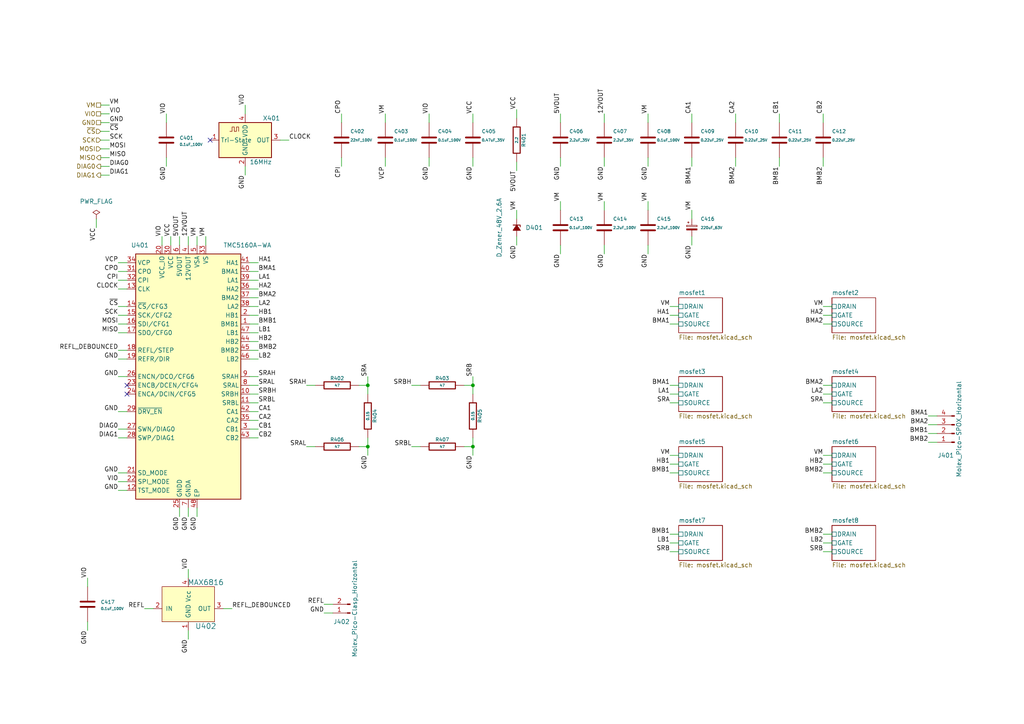
<source format=kicad_sch>
(kicad_sch (version 20230121) (generator eeschema)
  (paper "A4")
  (title_block (title "tmc51x0-multiplexer-uart") (date "2024-05-10") (rev "1.0") (company "Howard Hughes Medical Institute"))
  (lib_symbols
    (symbol "Janelia:CP_220uF_50V_10.3x10.3mm_Hybrid_Antivib" (pin_numbers hide) (pin_names (offset 0.254) hide)
      (property "Reference" "C" (at 0.254 1.778 0))
      (property "Value" "220uF_63V" (at 0 0 0))
      (symbol "CP_220uF_50V_10.3x10.3mm_Hybrid_Antivib_0_1"
        (rectangle (start -1.524 -0.3048) (end 1.524 -0.6858) (fill (type outline)))
        (rectangle (start -1.524 0.6858) (end 1.524 0.3048))
        (polyline (pts (xy -1.27 1.524) (xy -0.762 1.524)))
        (polyline (pts (xy -1.016 1.27) (xy -1.016 1.778)))
      )
      (symbol "CP_220uF_50V_10.3x10.3mm_Hybrid_Antivib_1_1"
        (pin passive line (at 0 2.54 270) (length 1.8542) (name "~") (number "1"))
        (pin passive line (at 0 -2.54 90) (length 1.8542) (name "~") (number "2"))
      )
    )
    (symbol "Janelia:C_0.1uF_100V_0402" (pin_numbers hide) (pin_names (offset 0.254))
      (property "Reference" "C" (at 0 2.54 0))
      (property "Value" "0.1uF_100V" (at 0 0 0))
      (symbol "C_0.1uF_100V_0402_0_1"
        (polyline (pts (xy -2.032 -0.762) (xy 2.032 -0.762)) (stroke (width 0.508)))
        (polyline (pts (xy -2.032 0.762) (xy 2.032 0.762)) (stroke (width 0.508)))
      )
      (symbol "C_0.1uF_100V_0402_1_1"
        (pin passive line (at 0 5.08 270) (length 4.318) (name "~") (number "1"))
        (pin passive line (at 0 -5.08 90) (length 4.318) (name "~") (number "2"))
      )
    )
    (symbol "Janelia:C_0.22uF_25V_0402" (pin_numbers hide) (pin_names (offset 0.254))
      (property "Reference" "C" (at 0 2.54 0))
      (property "Value" "0.22uF_25V" (at 0 0 0))
      (symbol "C_0.22uF_25V_0402_0_1"
        (polyline (pts (xy -2.032 -0.762) (xy 2.032 -0.762)) (stroke (width 0.508)))
        (polyline (pts (xy -2.032 0.762) (xy 2.032 0.762)) (stroke (width 0.508)))
      )
      (symbol "C_0.22uF_25V_0402_1_1"
        (pin passive line (at 0 5.08 270) (length 4.318) (name "~") (number "1"))
        (pin passive line (at 0 -5.08 90) (length 4.318) (name "~") (number "2"))
      )
    )
    (symbol "Janelia:C_0.47uF_35V_0402" (pin_numbers hide) (pin_names (offset 0.254))
      (property "Reference" "C" (at 0 2.54 0))
      (property "Value" "0.47uF_35V" (at 0 0 0))
      (symbol "C_0.47uF_35V_0402_0_1"
        (polyline (pts (xy -2.032 -0.762) (xy 2.032 -0.762)) (stroke (width 0.508)))
        (polyline (pts (xy -2.032 0.762) (xy 2.032 0.762)) (stroke (width 0.508)))
      )
      (symbol "C_0.47uF_35V_0402_1_1"
        (pin passive line (at 0 5.08 270) (length 4.318) (name "~") (number "1"))
        (pin passive line (at 0 -5.08 90) (length 4.318) (name "~") (number "2"))
      )
    )
    (symbol "Janelia:C_2.2uF_100V_0805" (pin_numbers hide) (pin_names (offset 0.254))
      (property "Reference" "C" (at 0 2.54 0))
      (property "Value" "2.2uF_100V" (at 0 0 0))
      (symbol "C_2.2uF_100V_0805_0_1"
        (polyline (pts (xy -2.032 -0.762) (xy 2.032 -0.762)) (stroke (width 0.508)))
        (polyline (pts (xy -2.032 0.762) (xy 2.032 0.762)) (stroke (width 0.508)))
      )
      (symbol "C_2.2uF_100V_0805_1_1"
        (pin passive line (at 0 5.08 270) (length 4.318) (name "~") (number "1"))
        (pin passive line (at 0 -5.08 90) (length 4.318) (name "~") (number "2"))
      )
    )
    (symbol "Janelia:C_2.2uF_35V_0402" (pin_numbers hide) (pin_names (offset 0.254))
      (property "Reference" "C" (at 0 2.54 0))
      (property "Value" "2.2uF_35V" (at 0 0 0))
      (symbol "C_2.2uF_35V_0402_0_1"
        (polyline (pts (xy -2.032 -0.762) (xy 2.032 -0.762)) (stroke (width 0.508)))
        (polyline (pts (xy -2.032 0.762) (xy 2.032 0.762)) (stroke (width 0.508)))
      )
      (symbol "C_2.2uF_35V_0402_1_1"
        (pin passive line (at 0 5.08 270) (length 4.318) (name "~") (number "1"))
        (pin passive line (at 0 -5.08 90) (length 4.318) (name "~") (number "2"))
      )
    )
    (symbol "Janelia:C_22nF_100V_0603" (pin_numbers hide) (pin_names (offset 0.254))
      (property "Reference" "C" (at 0 2.54 0))
      (property "Value" "22nF_100V" (at 0 0 0))
      (symbol "C_22nF_100V_0603_0_1"
        (polyline (pts (xy -2.032 -0.762) (xy 2.032 -0.762)) (stroke (width 0.508)))
        (polyline (pts (xy -2.032 0.762) (xy 2.032 0.762)) (stroke (width 0.508)))
      )
      (symbol "C_22nF_100V_0603_1_1"
        (pin passive line (at 0 5.08 270) (length 4.318) (name "~") (number "1"))
        (pin passive line (at 0 -5.08 90) (length 4.318) (name "~") (number "2"))
      )
    )
    (symbol "Janelia:Conn_01x02_P1mm_Molex_Pico-Clasp-501330_Horizontal" (pin_names (offset 1.016) hide)
      (property "Reference" "J" (at 2.54 2.54 0))
      (property "Value" "Molex_Pico-Clasp_Horizontal" (at -1.27 -1.27 90))
      (symbol "Conn_01x02_P1mm_Molex_Pico-Clasp-501330_Horizontal_1_1"
        (polyline (pts (xy 1.27 -2.54) (xy 0.8636 -2.54)) (stroke (width 0.1524)))
        (polyline (pts (xy 1.27 0) (xy 0.8636 0)) (stroke (width 0.1524)))
        (rectangle (start 0.8636 -2.413) (end 0 -2.667) (stroke (width 0.1524)) (fill (type outline)))
        (rectangle (start 0.8636 0.127) (end 0 -0.127) (stroke (width 0.1524)) (fill (type outline)))
        (pin passive line (at 5.08 0 180) (length 3.81) (name "Pin_1") (number "1"))
        (pin passive line (at 5.08 -2.54 180) (length 3.81) (name "Pin_2") (number "2"))
      )
    )
    (symbol "Janelia:Conn_01x04_P1.5mm_Molex_Pico-SPOX-87438_Horizontal" (pin_names (offset 1.016) hide)
      (property "Reference" "J" (at 2.54 6.35 0))
      (property "Value" "Molex_Pico-SPOX_Horizontal" (at -1.27 -1.27 90))
      (symbol "Conn_01x04_P1.5mm_Molex_Pico-SPOX-87438_Horizontal_1_1"
        (polyline (pts (xy 1.27 -5.08) (xy 0.8636 -5.08)) (stroke (width 0.1524)))
        (polyline (pts (xy 1.27 -2.54) (xy 0.8636 -2.54)) (stroke (width 0.1524)))
        (polyline (pts (xy 1.27 0) (xy 0.8636 0)) (stroke (width 0.1524)))
        (polyline (pts (xy 1.27 2.54) (xy 0.8636 2.54)) (stroke (width 0.1524)))
        (rectangle (start 0.8636 -4.953) (end 0 -5.207) (stroke (width 0.1524)) (fill (type outline)))
        (rectangle (start 0.8636 -2.413) (end 0 -2.667) (stroke (width 0.1524)) (fill (type outline)))
        (rectangle (start 0.8636 0.127) (end 0 -0.127) (stroke (width 0.1524)) (fill (type outline)))
        (rectangle (start 0.8636 2.667) (end 0 2.413) (stroke (width 0.1524)) (fill (type outline)))
        (pin passive line (at 5.08 2.54 180) (length 3.81) (name "Pin_1") (number "1"))
        (pin passive line (at 5.08 0 180) (length 3.81) (name "Pin_2") (number "2"))
        (pin passive line (at 5.08 -2.54 180) (length 3.81) (name "Pin_3") (number "3"))
        (pin passive line (at 5.08 -5.08 180) (length 3.81) (name "Pin_4") (number "4"))
      )
    )
    (symbol "Janelia:D_Zener_48V_2.6A" (pin_numbers hide) (pin_names (offset 0.254) hide)
      (property "Reference" "D" (at 0 2.286 0))
      (property "Value" "D_Zener_48V_2.6A" (at 0 -2.286 0))
      (symbol "D_Zener_48V_2.6A_0_1"
        (polyline (pts (xy 0.762 0) (xy -0.762 0)))
        (polyline (pts (xy -0.254 1.016) (xy -0.762 1.016) (xy -0.762 -1.016)) (stroke (width 0.254)))
        (polyline (pts (xy 0.762 1.016) (xy -0.762 0) (xy 0.762 -1.016) (xy 0.762 1.016)) (stroke (width 0.254)) (fill (type outline)))
      )
      (symbol "D_Zener_48V_2.6A_1_1"
        (pin passive line (at -2.54 0 0) (length 1.778) (name "K") (number "1"))
        (pin passive line (at 2.54 0 180) (length 1.778) (name "A") (number "2"))
      )
    )
    (symbol "Janelia:MAX6816" (pin_names (offset 1.016))
      (property "Reference" "U" (at 5.08 -6.35 0))
      (property "Value" "MAX6816" (at 5.08 6.35 0))
      (symbol "MAX6816_1_1"
        (rectangle (start -7.62 5.08) (end 7.62 -5.08) (fill (type background)))
        (pin power_in line (at 0 -7.62 90) (length 2.54) (name "GND") (number "1"))
        (pin passive line (at -10.16 -1.27 0) (length 2.54) (name "IN") (number "2"))
        (pin output line (at 10.16 -1.27 180) (length 2.54) (name "OUT") (number "3"))
        (pin power_in line (at 0 7.62 270) (length 2.54) (name "Vcc") (number "4"))
      )
    )
    (symbol "Janelia:Oscillator_16MHz_ECS-2520S33"
      (property "Reference" "X" (at -5.08 6.35 0))
      (property "Value" "16MHz" (at 1.27 -6.35 0))
      (symbol "Oscillator_16MHz_ECS-2520S33_0_1"
        (rectangle (start -7.62 5.08) (end 7.62 -5.08) (stroke (width 0.254)) (fill (type background)))
        (polyline (pts (xy -4.445 2.54) (xy -3.81 2.54) (xy -3.81 3.81) (xy -3.175 3.81) (xy -3.175 2.54) (xy -2.54 2.54) (xy -2.54 3.81) (xy -1.905 3.81) (xy -1.905 2.54)))
      )
      (symbol "Oscillator_16MHz_ECS-2520S33_1_1"
        (pin input line (at -10.16 0 0) (length 2.54) (name "Tri-State") (number "1"))
        (pin power_in line (at 0 -7.62 90) (length 2.54) (name "GND") (number "2"))
        (pin output line (at 10.16 0 180) (length 2.54) (name "OUT") (number "3"))
        (pin power_in line (at 0 7.62 270) (length 2.54) (name "VDD") (number "4"))
      )
    )
    (symbol "Janelia:R_0.15_1W_1206_CS" (pin_numbers hide) (pin_names (offset 0))
      (property "Reference" "R" (at 2.032 0 90))
      (property "Value" "0.15" (at 0 0 90))
      (symbol "R_0.15_1W_1206_CS_0_1"
        (rectangle (start -1.016 3.81) (end 1.016 -3.81) (stroke (width 0.3048)))
      )
      (symbol "R_0.15_1W_1206_CS_1_1"
        (pin passive line (at 0 6.35 270) (length 2.54) (name "~") (number "1"))
        (pin passive line (at 0 -6.35 90) (length 2.54) (name "~") (number "2"))
      )
    )
    (symbol "Janelia:R_2.2_0402" (pin_numbers hide) (pin_names (offset 0))
      (property "Reference" "R" (at 2.032 0 90))
      (property "Value" "2.2" (at 0 0 90))
      (symbol "R_2.2_0402_0_1"
        (rectangle (start -1.016 3.81) (end 1.016 -3.81) (stroke (width 0.3048)))
      )
      (symbol "R_2.2_0402_1_1"
        (pin passive line (at 0 6.35 270) (length 2.54) (name "~") (number "1"))
        (pin passive line (at 0 -6.35 90) (length 2.54) (name "~") (number "2"))
      )
    )
    (symbol "Janelia:R_47_0.063W_0402" (pin_numbers hide) (pin_names (offset 0))
      (property "Reference" "R" (at 2.032 0 90))
      (property "Value" "47" (at 0 0 90))
      (symbol "R_47_0.063W_0402_0_1"
        (rectangle (start -1.016 3.81) (end 1.016 -3.81) (stroke (width 0.3048)))
      )
      (symbol "R_47_0.063W_0402_1_1"
        (pin passive line (at 0 6.35 270) (length 2.54) (name "~") (number "1"))
        (pin passive line (at 0 -6.35 90) (length 2.54) (name "~") (number "2"))
      )
    )
    (symbol "Janelia:TMC5160A-WA"
      (property "Reference" "U" (at -11.43 38.1 0))
      (property "Value" "TMC5160A-WA" (at 10.16 38.1 0))
      (symbol "TMC5160A-WA_1_0"
        (rectangle (start -15.24 -35.56) (end 15.24 35.56) (stroke (width 0.254)) (fill (type background)))
      )
      (symbol "TMC5160A-WA_1_1"
        (pin passive line (at 17.78 15.24 180) (length 2.54) (name "BMB1") (number "1"))
        (pin passive line (at 17.78 -5.08 180) (length 2.54) (name "SRBH") (number "10"))
        (pin passive line (at 17.78 -7.62 180) (length 2.54) (name "SRBL") (number "11"))
        (pin input line (at -17.78 -33.02 0) (length 2.54) (name "TST_MODE") (number "12"))
        (pin input line (at -17.78 25.4 0) (length 2.54) (name "CLK") (number "13"))
        (pin input line (at -17.78 20.32 0) (length 2.54) (name "~{CS}/CFG3") (number "14"))
        (pin input line (at -17.78 17.78 0) (length 2.54) (name "SCK/CFG2") (number "15"))
        (pin input line (at -17.78 15.24 0) (length 2.54) (name "SDI/CFG1") (number "16"))
        (pin bidirectional line (at -17.78 12.7 0) (length 2.54) (name "SDO/CFG0") (number "17"))
        (pin input line (at -17.78 7.62 0) (length 2.54) (name "REFL/STEP") (number "18"))
        (pin input line (at -17.78 5.08 0) (length 2.54) (name "REFR/DIR") (number "19"))
        (pin output line (at 17.78 17.78 180) (length 2.54) (name "HB1") (number "2"))
        (pin power_in line (at -7.62 38.1 270) (length 2.54) (name "VCC_IO") (number "20"))
        (pin input line (at -17.78 -27.94 0) (length 2.54) (name "SD_MODE") (number "21"))
        (pin input line (at -17.78 -30.48 0) (length 2.54) (name "SPI_MODE") (number "22"))
        (pin input line (at -17.78 -2.54 0) (length 2.54) (name "ENCB/DCEN/CFG4") (number "23"))
        (pin input line (at -17.78 -5.08 0) (length 2.54) (name "ENCA/DCIN/CFG5") (number "24"))
        (pin power_in line (at -2.54 -38.1 90) (length 2.54) (name "GNDD") (number "25"))
        (pin bidirectional line (at -17.78 0 0) (length 2.54) (name "ENCN/DCO/CFG6") (number "26"))
        (pin bidirectional line (at -17.78 -15.24 0) (length 2.54) (name "SWN/DIAG0") (number "27"))
        (pin bidirectional line (at -17.78 -17.78 0) (length 2.54) (name "SWP/DIAG1") (number "28"))
        (pin input line (at -17.78 -10.16 0) (length 2.54) (name "~{DRV_EN}") (number "29"))
        (pin passive line (at 17.78 -15.24 180) (length 2.54) (name "CB1") (number "3"))
        (pin power_in line (at -5.08 38.1 270) (length 2.54) (name "VCC") (number "30"))
        (pin passive line (at -17.78 30.48 0) (length 2.54) (name "CPO") (number "31"))
        (pin passive line (at -17.78 27.94 0) (length 2.54) (name "CPI") (number "32"))
        (pin power_in line (at 5.08 38.1 270) (length 2.54) (name "VS") (number "33"))
        (pin passive line (at -17.78 33.02 0) (length 2.54) (name "VCP") (number "34"))
        (pin passive line (at 17.78 -12.7 180) (length 2.54) (name "CA2") (number "35"))
        (pin output line (at 17.78 25.4 180) (length 2.54) (name "HA2") (number "36"))
        (pin passive line (at 17.78 22.86 180) (length 2.54) (name "BMA2") (number "37"))
        (pin output line (at 17.78 20.32 180) (length 2.54) (name "LA2") (number "38"))
        (pin output line (at 17.78 27.94 180) (length 2.54) (name "LA1") (number "39"))
        (pin power_out line (at 0 38.1 270) (length 2.54) (name "12VOUT") (number "4"))
        (pin passive line (at 17.78 30.48 180) (length 2.54) (name "BMA1") (number "40"))
        (pin output line (at 17.78 33.02 180) (length 2.54) (name "HA1") (number "41"))
        (pin passive line (at 17.78 -10.16 180) (length 2.54) (name "CA1") (number "42"))
        (pin passive line (at 17.78 -17.78 180) (length 2.54) (name "CB2") (number "43"))
        (pin output line (at 17.78 10.16 180) (length 2.54) (name "HB2") (number "44"))
        (pin passive line (at 17.78 7.62 180) (length 2.54) (name "BMB2") (number "45"))
        (pin output line (at 17.78 5.08 180) (length 2.54) (name "LB2") (number "46"))
        (pin output line (at 17.78 12.7 180) (length 2.54) (name "LB1") (number "47"))
        (pin power_in line (at 2.54 -38.1 90) (length 2.54) (name "EP") (number "48"))
        (pin power_in line (at 2.54 38.1 270) (length 2.54) (name "VSA") (number "5"))
        (pin power_out line (at -2.54 38.1 270) (length 2.54) (name "5VOUT") (number "6"))
        (pin power_in line (at 0 -38.1 90) (length 2.54) (name "GNDA") (number "7"))
        (pin passive line (at 17.78 -2.54 180) (length 2.54) (name "SRAL") (number "8"))
        (pin passive line (at 17.78 0 180) (length 2.54) (name "SRAH") (number "9"))
      )
    )
    (symbol "power:PWR_FLAG" (power) (pin_numbers hide) (pin_names (offset 0) hide)
      (property "Value" "PWR_FLAG" (at 0 3.81 0))
      (symbol "PWR_FLAG_0_0"
        (pin power_out line (at 0 0 90) (length 0) (name "pwr") (number "1"))
      )
      (symbol "PWR_FLAG_0_1"
        (polyline (pts (xy 0 0) (xy 0 1.27) (xy -1.016 1.905) (xy 0 2.54) (xy 1.016 1.905) (xy 0 1.27)))
      )
    )
  )
  (junction (at 106.68 111.76))
  (junction (at 137.16 129.54))
  (junction (at 137.16 111.76))
  (junction (at 106.68 129.54))
  (no_connect (at 36.83 114.3))
  (no_connect (at 60.96 40.64))
  (no_connect (at 36.83 111.76))
  (wire (pts (xy 194.31 132.08) (xy 196.85 132.08)))
  (wire (pts (xy 44.45 176.53) (xy 41.91 176.53)))
  (wire (pts (xy 72.39 93.98) (xy 74.93 93.98)))
  (wire (pts (xy 25.4 170.18) (xy 25.4 167.64)))
  (wire (pts (xy 238.76 93.98) (xy 241.3 93.98)))
  (wire (pts (xy 59.69 71.12) (xy 59.69 68.58)))
  (wire (pts (xy 106.68 114.3) (xy 106.68 111.76)))
  (wire (pts (xy 238.76 134.62) (xy 241.3 134.62)))
  (wire (pts (xy 72.39 88.9) (xy 74.93 88.9)))
  (wire (pts (xy 72.39 114.3) (xy 74.93 114.3)))
  (wire (pts (xy 175.26 60.96) (xy 175.26 58.42)))
  (wire (pts (xy 54.61 147.32) (xy 54.61 149.86)))
  (wire (pts (xy 194.31 160.02) (xy 196.85 160.02)))
  (wire (pts (xy 194.31 134.62) (xy 196.85 134.62)))
  (wire (pts (xy 111.76 35.56) (xy 111.76 33.02)))
  (wire (pts (xy 29.21 35.56) (xy 31.75 35.56)))
  (wire (pts (xy 72.39 81.28) (xy 74.93 81.28)))
  (wire (pts (xy 194.31 116.84) (xy 196.85 116.84)))
  (wire (pts (xy 194.31 111.76) (xy 196.85 111.76)))
  (wire (pts (xy 96.52 175.26) (xy 93.98 175.26)))
  (wire (pts (xy 29.21 50.8) (xy 31.75 50.8)))
  (wire (pts (xy 36.83 109.22) (xy 34.29 109.22)))
  (wire (pts (xy 187.96 71.12) (xy 187.96 73.66)))
  (wire (pts (xy 238.76 137.16) (xy 241.3 137.16)))
  (wire (pts (xy 106.68 129.54) (xy 106.68 132.08)))
  (wire (pts (xy 124.46 35.56) (xy 124.46 33.02)))
  (wire (pts (xy 269.24 123.19) (xy 271.78 123.19)))
  (wire (pts (xy 27.94 63.5) (xy 27.94 66.04)))
  (wire (pts (xy 194.31 93.98) (xy 196.85 93.98)))
  (wire (pts (xy 175.26 45.72) (xy 175.26 48.26)))
  (wire (pts (xy 29.21 48.26) (xy 31.75 48.26)))
  (wire (pts (xy 72.39 76.2) (xy 74.93 76.2)))
  (wire (pts (xy 72.39 109.22) (xy 74.93 109.22)))
  (wire (pts (xy 134.62 129.54) (xy 137.16 129.54)))
  (wire (pts (xy 104.14 111.76) (xy 106.68 111.76)))
  (wire (pts (xy 162.56 35.56) (xy 162.56 33.02)))
  (wire (pts (xy 29.21 43.18) (xy 31.75 43.18)))
  (wire (pts (xy 36.83 81.28) (xy 34.29 81.28)))
  (wire (pts (xy 238.76 116.84) (xy 241.3 116.84)))
  (wire (pts (xy 52.07 147.32) (xy 52.07 149.86)))
  (wire (pts (xy 36.83 83.82) (xy 34.29 83.82)))
  (wire (pts (xy 162.56 45.72) (xy 162.56 48.26)))
  (wire (pts (xy 96.52 177.8) (xy 93.98 177.8)))
  (wire (pts (xy 194.31 88.9) (xy 196.85 88.9)))
  (wire (pts (xy 54.61 182.88) (xy 54.61 185.42)))
  (wire (pts (xy 46.99 71.12) (xy 46.99 68.58)))
  (wire (pts (xy 137.16 114.3) (xy 137.16 111.76)))
  (wire (pts (xy 54.61 71.12) (xy 54.61 68.58)))
  (wire (pts (xy 36.83 142.24) (xy 34.29 142.24)))
  (wire (pts (xy 29.21 38.1) (xy 31.75 38.1)))
  (wire (pts (xy 72.39 91.44) (xy 74.93 91.44)))
  (wire (pts (xy 149.86 63.5) (xy 149.86 60.96)))
  (wire (pts (xy 71.12 33.02) (xy 71.12 30.48)))
  (wire (pts (xy 137.16 129.54) (xy 137.16 132.08)))
  (wire (pts (xy 194.31 114.3) (xy 196.85 114.3)))
  (wire (pts (xy 36.83 104.14) (xy 34.29 104.14)))
  (wire (pts (xy 36.83 137.16) (xy 34.29 137.16)))
  (wire (pts (xy 106.68 111.76) (xy 106.68 109.22)))
  (wire (pts (xy 137.16 127) (xy 137.16 129.54)))
  (wire (pts (xy 72.39 101.6) (xy 74.93 101.6)))
  (wire (pts (xy 72.39 121.92) (xy 74.93 121.92)))
  (wire (pts (xy 72.39 111.76) (xy 74.93 111.76)))
  (wire (pts (xy 238.76 157.48) (xy 241.3 157.48)))
  (wire (pts (xy 134.62 111.76) (xy 137.16 111.76)))
  (wire (pts (xy 106.68 127) (xy 106.68 129.54)))
  (wire (pts (xy 72.39 78.74) (xy 74.93 78.74)))
  (wire (pts (xy 81.28 40.64) (xy 83.82 40.64)))
  (wire (pts (xy 48.26 35.56) (xy 48.26 33.02)))
  (wire (pts (xy 71.12 48.26) (xy 71.12 50.8)))
  (wire (pts (xy 99.06 35.56) (xy 99.06 33.02)))
  (wire (pts (xy 25.4 180.34) (xy 25.4 182.88)))
  (wire (pts (xy 36.83 124.46) (xy 34.29 124.46)))
  (wire (pts (xy 213.36 35.56) (xy 213.36 33.02)))
  (wire (pts (xy 238.76 114.3) (xy 241.3 114.3)))
  (wire (pts (xy 36.83 119.38) (xy 34.29 119.38)))
  (wire (pts (xy 137.16 111.76) (xy 137.16 109.22)))
  (wire (pts (xy 72.39 127) (xy 74.93 127)))
  (wire (pts (xy 162.56 60.96) (xy 162.56 58.42)))
  (wire (pts (xy 72.39 119.38) (xy 74.93 119.38)))
  (wire (pts (xy 36.83 76.2) (xy 34.29 76.2)))
  (wire (pts (xy 29.21 45.72) (xy 31.75 45.72)))
  (wire (pts (xy 200.66 68.58) (xy 200.66 71.12)))
  (wire (pts (xy 99.06 45.72) (xy 99.06 48.26)))
  (wire (pts (xy 162.56 71.12) (xy 162.56 73.66)))
  (wire (pts (xy 91.44 111.76) (xy 88.9 111.76)))
  (wire (pts (xy 72.39 124.46) (xy 74.93 124.46)))
  (wire (pts (xy 238.76 88.9) (xy 241.3 88.9)))
  (wire (pts (xy 194.31 91.44) (xy 196.85 91.44)))
  (wire (pts (xy 194.31 154.94) (xy 196.85 154.94)))
  (wire (pts (xy 57.15 71.12) (xy 57.15 68.58)))
  (wire (pts (xy 57.15 147.32) (xy 57.15 149.86)))
  (wire (pts (xy 36.83 93.98) (xy 34.29 93.98)))
  (wire (pts (xy 226.06 35.56) (xy 226.06 33.02)))
  (wire (pts (xy 121.92 111.76) (xy 119.38 111.76)))
  (wire (pts (xy 64.77 176.53) (xy 67.31 176.53)))
  (wire (pts (xy 29.21 30.48) (xy 31.75 30.48)))
  (wire (pts (xy 175.26 71.12) (xy 175.26 73.66)))
  (wire (pts (xy 238.76 91.44) (xy 241.3 91.44)))
  (wire (pts (xy 149.86 34.29) (xy 149.86 31.75)))
  (wire (pts (xy 226.06 48.26) (xy 226.06 45.72)))
  (wire (pts (xy 238.76 48.26) (xy 238.76 45.72)))
  (wire (pts (xy 149.86 46.99) (xy 149.86 49.53)))
  (wire (pts (xy 104.14 129.54) (xy 106.68 129.54)))
  (wire (pts (xy 238.76 132.08) (xy 241.3 132.08)))
  (wire (pts (xy 149.86 68.58) (xy 149.86 71.12)))
  (wire (pts (xy 36.83 101.6) (xy 34.29 101.6)))
  (wire (pts (xy 36.83 91.44) (xy 34.29 91.44)))
  (wire (pts (xy 200.66 63.5) (xy 200.66 60.96)))
  (wire (pts (xy 175.26 35.56) (xy 175.26 33.02)))
  (wire (pts (xy 36.83 78.74) (xy 34.29 78.74)))
  (wire (pts (xy 72.39 104.14) (xy 74.93 104.14)))
  (wire (pts (xy 48.26 45.72) (xy 48.26 48.26)))
  (wire (pts (xy 36.83 88.9) (xy 34.29 88.9)))
  (wire (pts (xy 72.39 83.82) (xy 74.93 83.82)))
  (wire (pts (xy 72.39 99.06) (xy 74.93 99.06)))
  (wire (pts (xy 36.83 139.7) (xy 34.29 139.7)))
  (wire (pts (xy 269.24 120.65) (xy 271.78 120.65)))
  (wire (pts (xy 187.96 35.56) (xy 187.96 33.02)))
  (wire (pts (xy 36.83 96.52) (xy 34.29 96.52)))
  (wire (pts (xy 187.96 45.72) (xy 187.96 48.26)))
  (wire (pts (xy 54.61 167.64) (xy 54.61 165.1)))
  (wire (pts (xy 111.76 45.72) (xy 111.76 48.26)))
  (wire (pts (xy 124.46 45.72) (xy 124.46 48.26)))
  (wire (pts (xy 72.39 86.36) (xy 74.93 86.36)))
  (wire (pts (xy 121.92 129.54) (xy 119.38 129.54)))
  (wire (pts (xy 137.16 45.72) (xy 137.16 48.26)))
  (wire (pts (xy 137.16 35.56) (xy 137.16 33.02)))
  (wire (pts (xy 29.21 40.64) (xy 31.75 40.64)))
  (wire (pts (xy 269.24 128.27) (xy 271.78 128.27)))
  (wire (pts (xy 200.66 48.26) (xy 200.66 45.72)))
  (wire (pts (xy 52.07 71.12) (xy 52.07 68.58)))
  (wire (pts (xy 187.96 60.96) (xy 187.96 58.42)))
  (wire (pts (xy 29.21 33.02) (xy 31.75 33.02)))
  (wire (pts (xy 49.53 71.12) (xy 49.53 68.58)))
  (wire (pts (xy 72.39 96.52) (xy 74.93 96.52)))
  (wire (pts (xy 213.36 48.26) (xy 213.36 45.72)))
  (wire (pts (xy 238.76 35.56) (xy 238.76 33.02)))
  (wire (pts (xy 194.31 157.48) (xy 196.85 157.48)))
  (wire (pts (xy 238.76 111.76) (xy 241.3 111.76)))
  (wire (pts (xy 200.66 35.56) (xy 200.66 33.02)))
  (wire (pts (xy 238.76 160.02) (xy 241.3 160.02)))
  (wire (pts (xy 91.44 129.54) (xy 88.9 129.54)))
  (wire (pts (xy 238.76 154.94) (xy 241.3 154.94)))
  (wire (pts (xy 269.24 125.73) (xy 271.78 125.73)))
  (wire (pts (xy 72.39 116.84) (xy 74.93 116.84)))
  (wire (pts (xy 194.31 137.16) (xy 196.85 137.16)))
  (wire (pts (xy 36.83 127) (xy 34.29 127)))
  (label "VIO" (at 71.12 30.48 90))
  (label "SRBL" (at 119.38 129.54 180))
  (label "BMB1" (at 226.06 48.26 270))
  (label "HB2" (at 238.76 134.62 180))
  (label "SCK" (at 34.29 91.44 180))
  (label "VM" (at 59.69 68.58 90))
  (label "VIO" (at 48.26 33.02 90))
  (label "SRAH" (at 88.9 111.76 180))
  (label "GND" (at 200.66 71.12 270))
  (label "BMA1" (at 200.66 48.26 270))
  (label "GND" (at 34.29 104.14 180))
  (label "GND" (at 34.29 137.16 180))
  (label "CB2" (at 238.76 33.02 90))
  (label "BMA2" (at 74.93 86.36 0))
  (label "BMA1" (at 269.24 120.65 180))
  (label "VCC" (at 137.16 33.02 90))
  (label "VM" (at 149.86 60.96 90))
  (label "SRB" (at 238.76 160.02 180))
  (label "CB1" (at 226.06 33.02 90))
  (label "SRA" (at 238.76 116.84 180))
  (label "VIO" (at 31.75 33.02 0))
  (label "VCC" (at 149.86 31.75 90))
  (label "SRBH" (at 74.93 114.3 0))
  (label "VM" (at 200.66 60.96 90))
  (label "BMB1" (at 194.31 137.16 180))
  (label "LA1" (at 194.31 114.3 180))
  (label "VIO" (at 25.4 167.64 90))
  (label "CB1" (at 74.93 124.46 0))
  (label "GND" (at 34.29 142.24 180))
  (label "GND" (at 175.26 73.66 270))
  (label "GND" (at 149.86 71.12 270))
  (label "BMB1" (at 194.31 154.94 180))
  (label "GND" (at 187.96 73.66 270))
  (label "VIO" (at 54.61 165.1 90))
  (label "GND" (at 137.16 132.08 270))
  (label "MOSI" (at 34.29 93.98 180))
  (label "BMA2" (at 213.36 48.26 270))
  (label "VM" (at 194.31 88.9 180))
  (label "DIAG1" (at 34.29 127 180))
  (label "BMA1" (at 194.31 111.76 180))
  (label "GND" (at 34.29 119.38 180))
  (label "LB2" (at 74.93 104.14 0))
  (label "MISO" (at 34.29 96.52 180))
  (label "LB1" (at 74.93 96.52 0))
  (label "VM" (at 57.15 68.58 90))
  (label "LA2" (at 238.76 114.3 180))
  (label "~{CS}" (at 34.29 88.9 180))
  (label "VM" (at 194.31 132.08 180))
  (label "REFL_DEBOUNCED" (at 34.29 101.6 180))
  (label "5VOUT" (at 149.86 49.53 270))
  (label "BMA1" (at 194.31 93.98 180))
  (label "GND" (at 34.29 109.22 180))
  (label "CA2" (at 213.36 33.02 90))
  (label "GND" (at 106.68 132.08 270))
  (label "MISO" (at 31.75 45.72 0))
  (label "CPI" (at 99.06 48.26 270))
  (label "BMB2" (at 238.76 48.26 270))
  (label "GND" (at 25.4 182.88 270))
  (label "VM" (at 31.75 30.48 0))
  (label "GND" (at 175.26 48.26 270))
  (label "SRBL" (at 74.93 116.84 0))
  (label "GND" (at 54.61 149.86 270))
  (label "GND" (at 187.96 48.26 270))
  (label "SRAL" (at 74.93 111.76 0))
  (label "12VOUT" (at 175.26 33.02 90))
  (label "MOSI" (at 31.75 43.18 0))
  (label "BMA2" (at 269.24 123.19 180))
  (label "SRAH" (at 74.93 109.22 0))
  (label "HA1" (at 194.31 91.44 180))
  (label "GND" (at 162.56 73.66 270))
  (label "GND" (at 162.56 48.26 270))
  (label "BMB1" (at 269.24 125.73 180))
  (label "REFL_DEBOUNCED" (at 67.31 176.53 0))
  (label "DIAG1" (at 31.75 50.8 0))
  (label "VM" (at 238.76 132.08 180))
  (label "CA2" (at 74.93 121.92 0))
  (label "SRA" (at 194.31 116.84 180))
  (label "DIAG0" (at 34.29 124.46 180))
  (label "GND" (at 54.61 185.42 270))
  (label "SRB" (at 137.16 109.22 90))
  (label "HB2" (at 74.93 99.06 0))
  (label "GND" (at 48.26 48.26 270))
  (label "GND" (at 71.12 50.8 270))
  (label "DIAG0" (at 31.75 48.26 0))
  (label "VIO" (at 124.46 33.02 90))
  (label "LB1" (at 194.31 157.48 180))
  (label "HB1" (at 74.93 91.44 0))
  (label "BMB1" (at 74.93 93.98 0))
  (label "BMB2" (at 74.93 101.6 0))
  (label "GND" (at 93.98 177.8 180))
  (label "VCC" (at 49.53 68.58 90))
  (label "VM" (at 162.56 58.42 90))
  (label "VM" (at 187.96 58.42 90))
  (label "VM" (at 111.76 33.02 90))
  (label "VIO" (at 34.29 139.7 180))
  (label "CPO" (at 99.06 33.02 90))
  (label "~{CS}" (at 31.75 38.1 0))
  (label "VCC" (at 27.94 66.04 270))
  (label "CA1" (at 74.93 119.38 0))
  (label "VM" (at 175.26 58.42 90))
  (label "BMA2" (at 238.76 111.76 180))
  (label "GND" (at 57.15 149.86 270))
  (label "BMB2" (at 238.76 154.94 180))
  (label "BMA2" (at 238.76 93.98 180))
  (label "GND" (at 31.75 35.56 0))
  (label "REFL" (at 41.91 176.53 180))
  (label "BMA1" (at 74.93 78.74 0))
  (label "HA1" (at 74.93 76.2 0))
  (label "BMB2" (at 238.76 137.16 180))
  (label "SRB" (at 194.31 160.02 180))
  (label "LA1" (at 74.93 81.28 0))
  (label "SRAL" (at 88.9 129.54 180))
  (label "SCK" (at 31.75 40.64 0))
  (label "CA1" (at 200.66 33.02 90))
  (label "CPO" (at 34.29 78.74 180))
  (label "12VOUT" (at 54.61 68.58 90))
  (label "GND" (at 124.46 48.26 270))
  (label "VM" (at 238.76 88.9 180))
  (label "REFL" (at 93.98 175.26 180))
  (label "CB2" (at 74.93 127 0))
  (label "CLOCK" (at 34.29 83.82 180))
  (label "HB1" (at 194.31 134.62 180))
  (label "HA2" (at 74.93 83.82 0))
  (label "5VOUT" (at 52.07 68.58 90))
  (label "CLOCK" (at 83.82 40.64 0))
  (label "GND" (at 137.16 48.26 270))
  (label "VIO" (at 46.99 68.58 90))
  (label "VCP" (at 111.76 48.26 270))
  (label "BMB2" (at 269.24 128.27 180))
  (label "LB2" (at 238.76 157.48 180))
  (label "VCP" (at 34.29 76.2 180))
  (label "LA2" (at 74.93 88.9 0))
  (label "VM" (at 187.96 33.02 90))
  (label "GND" (at 52.07 149.86 270))
  (label "CPI" (at 34.29 81.28 180))
  (label "HA2" (at 238.76 91.44 180))
  (label "SRA" (at 106.68 109.22 90))
  (label "5VOUT" (at 162.56 33.02 90))
  (label "SRBH" (at 119.38 111.76 180))
  (hierarchical_label "DIAG0" (shape output) (at 29.21 48.26 180))
  (hierarchical_label "VIO" (shape passive) (at 29.21 33.02 180))
  (hierarchical_label "DIAG1" (shape output) (at 29.21 50.8 180))
  (hierarchical_label "VM" (shape passive) (at 29.21 30.48 180))
  (hierarchical_label "MISO" (shape output) (at 29.21 45.72 180))
  (hierarchical_label "MOSI" (shape input) (at 29.21 43.18 180))
  (hierarchical_label "GND" (shape passive) (at 29.21 35.56 180))
  (hierarchical_label "~{CS}" (shape input) (at 29.21 38.1 180))
  (hierarchical_label "SCK" (shape input) (at 29.21 40.64 180))
  (symbol (lib_id "Janelia:C_0.22uF_25V_0402") (at 226.06 40.64 0) (unit 1)
    (property "Reference" "C411" (at 228.6 38.1 0) (effects (font (size 1.016 1.016)) (justify left)))
    (property "Value" "0.22uF_25V" (at 228.6 40.64 0) (effects (font (size 0.762 0.762)) (justify left)))
    (property "Footprint" "Janelia:C_0402_1005Metric" (effects hide))
    (property "Vendor" "Digi-Key" (effects hide))
    (property "Vendor Part Number" "490-12245-1-ND" (effects hide))
    (property "Manufacturer" "Murata Electronics" (effects hide))
    (property "Manufacturer Part Number" "GRT155C81E224KE01D" (effects hide))
    (property "Package" "0402" (effects hide))
    (property "Synopsis" "CAP CER 0.22UF 25V X6S" (effects hide))
    (property "LCSC" "C126623" (effects hide))
  )
  (symbol (lib_id "Janelia:R_47_0.063W_0402") (at 97.79 129.54 90) (unit 1)
    (property "Reference" "R406" (at 97.79 127.508 90) (effects (font (size 1.016 1.016))))
    (property "Value" "47" (at 97.79 129.54 90) (effects (font (size 0.762 0.762))))
    (property "Footprint" "Janelia:R_0402_1005Metric" (effects hide))
    (property "Vendor" "Digi-Key" (effects hide))
    (property "Vendor Part Number" "RMCF0402FT47R0CT-ND" (effects hide))
    (property "Package" "0402" (effects hide))
    (property "Manufacturer" "Stackpole Electronics Inc" (effects hide))
    (property "Manufacturer Part Number" "RMCF0402FT47R0" (effects hide))
    (property "Synopsis" "RES 47 OHM 1% 1/16W" (effects hide))
    (property "LCSC" "C2479306" (effects hide))
  )
  (symbol (lib_id "Janelia:C_0.1uF_100V_0402") (at 187.96 40.64 0) (unit 1)
    (property "Reference" "C408" (at 190.5 38.1 0) (effects (font (size 1.016 1.016)) (justify left)))
    (property "Value" "0.1uF_100V" (at 190.5 40.64 0) (effects (font (size 0.762 0.762)) (justify left)))
    (property "Footprint" "Janelia:C_0402_1005Metric" (effects hide))
    (property "Vendor" "Digi-Key" (effects hide))
    (property "Vendor Part Number" "490-10458-1-ND" (effects hide))
    (property "Manufacturer" "Murata Electronics" (effects hide))
    (property "Manufacturer Part Number" "GRM155R62A104KE14D" (effects hide))
    (property "Package" "0402" (effects hide))
    (property "Synopsis" "CAP CER 0.1UF 100V X5R" (effects hide))
    (property "LCSC" "C162178" (effects hide))
  )
  (symbol (lib_id "Janelia:C_0.22uF_25V_0402") (at 200.66 40.64 0) (unit 1)
    (property "Reference" "C409" (at 203.2 38.1 0) (effects (font (size 1.016 1.016)) (justify left)))
    (property "Value" "0.22uF_25V" (at 203.2 40.64 0) (effects (font (size 0.762 0.762)) (justify left)))
    (property "Footprint" "Janelia:C_0402_1005Metric" (effects hide))
    (property "Vendor" "Digi-Key" (effects hide))
    (property "Vendor Part Number" "490-12245-1-ND" (effects hide))
    (property "Manufacturer" "Murata Electronics" (effects hide))
    (property "Manufacturer Part Number" "GRT155C81E224KE01D" (effects hide))
    (property "Package" "0402" (effects hide))
    (property "Synopsis" "CAP CER 0.22UF 25V X6S" (effects hide))
    (property "LCSC" "C126623" (effects hide))
  )
  (symbol (lib_id "Janelia:C_2.2uF_35V_0402") (at 162.56 40.64 0) (unit 1)
    (property "Reference" "C406" (at 165.1 38.1 0) (effects (font (size 1.016 1.016)) (justify left)))
    (property "Value" "2.2uF_35V" (at 165.1 40.64 0) (effects (font (size 0.762 0.762)) (justify left)))
    (property "Footprint" "Janelia:C_0402_1005Metric" (effects hide))
    (property "Vendor" "Digi-Key" (effects hide))
    (property "Vendor Part Number" "445-9028-1-ND" (effects hide))
    (property "Package" "0402" (effects hide))
    (property "Manufacturer" "TDK Corporation" (effects hide))
    (property "Manufacturer Part Number" "C1005X5R1V225K050BC" (effects hide))
    (property "Synopsis" "CAP CER 2.2UF 35V X5R" (effects hide))
    (property "LCSC" "C2167643" (effects hide))
  )
  (symbol (lib_id "Janelia:Conn_01x04_P1.5mm_Molex_Pico-SPOX-87438_Horizontal") (at 276.86 125.73 180) (unit 1)
    (property "Reference" "J401" (at 274.32 132.08 0))
    (property "Value" "Molex_Pico-SPOX_Horizontal" (at 278.13 124.46 90))
    (property "Footprint" "Janelia:Molex_Pico-SPOX-87438_1x04-P1.5mm_Horizontal" (effects hide))
    (property "Manufacturer" "Molex" (effects hide))
    (property "Manufacturer Part Number" "0874380443" (effects hide))
    (property "Vendor" "Digi-Key" (effects hide))
    (property "Vendor Part Number" "WM7648CT-ND" (effects hide))
    (property "Synopsis" "CONN HEADER SMD R/A 4POS 1.5MM" (effects hide))
    (property "LCSC" "C564208" (effects hide))
    (property "Package" "SMD" (effects hide))
  )
  (symbol (lib_id "Janelia:MAX6816") (at 54.61 175.26 0) (unit 1)
    (property "Reference" "U402" (at 59.69 181.61 0) (effects (font (size 1.524 1.524))))
    (property "Value" "MAX6816" (at 59.69 168.91 0) (effects (font (size 1.524 1.524))))
    (property "Footprint" "Janelia:SOT192P237X122-4N" (effects hide))
    (property "Package" "SOT-143" (effects hide))
    (property "Manufacturer" "Analog Devices Inc./Maxim Integrated" (effects hide))
    (property "Manufacturer Part Number" "MAX6816EUS+T" (effects hide))
    (property "Vendor" "Digi-Key" (effects hide))
    (property "Vendor Part Number" "MAX6816EUS+TCT-ND" (effects hide))
    (property "Sim.Enable" "0" (effects hide))
    (property "Synopsis" "IC SWITCH DEBOUNCER" (effects hide))
    (property "LCSC" "C41637" (effects hide))
  )
  (symbol (lib_id "Janelia:C_0.1uF_100V_0402") (at 48.26 40.64 0) (unit 1)
    (property "Reference" "C401" (at 52.07 40.005 0) (effects (font (size 1.016 1.016)) (justify left)))
    (property "Value" "0.1uF_100V" (at 52.07 41.9099 0) (effects (font (size 0.762 0.762)) (justify left)))
    (property "Footprint" "Janelia:C_0402_1005Metric" (effects hide))
    (property "Vendor" "Digi-Key" (effects hide))
    (property "Vendor Part Number" "490-10458-1-ND" (effects hide))
    (property "Manufacturer" "Murata Electronics" (effects hide))
    (property "Manufacturer Part Number" "GRM155R62A104KE14D" (effects hide))
    (property "Package" "0402" (effects hide))
    (property "Synopsis" "CAP CER 0.1UF 100V X5R" (effects hide))
    (property "LCSC" "C162178" (effects hide))
  )
  (symbol (lib_id "Janelia:C_0.22uF_25V_0402") (at 213.36 40.64 0) (unit 1)
    (property "Reference" "C410" (at 215.9 38.1 0) (effects (font (size 1.016 1.016)) (justify left)))
    (property "Value" "0.22uF_25V" (at 215.9 40.64 0) (effects (font (size 0.762 0.762)) (justify left)))
    (property "Footprint" "Janelia:C_0402_1005Metric" (effects hide))
    (property "Vendor" "Digi-Key" (effects hide))
    (property "Vendor Part Number" "490-12245-1-ND" (effects hide))
    (property "Manufacturer" "Murata Electronics" (effects hide))
    (property "Manufacturer Part Number" "GRT155C81E224KE01D" (effects hide))
    (property "Package" "0402" (effects hide))
    (property "Synopsis" "CAP CER 0.22UF 25V X6S" (effects hide))
    (property "LCSC" "C126623" (effects hide))
  )
  (symbol (lib_id "Janelia:C_0.1uF_100V_0402") (at 162.56 66.04 0) (unit 1)
    (property "Reference" "C413" (at 165.1 63.5 0) (effects (font (size 1.016 1.016)) (justify left)))
    (property "Value" "0.1uF_100V" (at 165.1 66.04 0) (effects (font (size 0.762 0.762)) (justify left)))
    (property "Footprint" "Janelia:C_0402_1005Metric" (effects hide))
    (property "Vendor" "Digi-Key" (effects hide))
    (property "Vendor Part Number" "490-10458-1-ND" (effects hide))
    (property "Manufacturer" "Murata Electronics" (effects hide))
    (property "Manufacturer Part Number" "GRM155R62A104KE14D" (effects hide))
    (property "Package" "0402" (effects hide))
    (property "Synopsis" "CAP CER 0.1UF 100V X5R" (effects hide))
    (property "LCSC" "C162178" (effects hide))
  )
  (symbol (lib_id "Janelia:TMC5160A-WA") (at 54.61 109.22 0) (unit 1)
    (property "Reference" "U401" (at 43.18 71.12 0) (effects (justify right)))
    (property "Value" "TMC5160A-WA" (at 64.77 71.12 0) (effects (justify left)))
    (property "Footprint" "Janelia:21-100593_ADI" (effects hide))
    (property "Datasheet" "https://www.analog.com/media/en/technical-documentation/data-sheets/TMC5160A_datasheet_rev1.18.pdf" (effects hide))
    (property "Package" "QFN-56-EP(8x8)" (effects hide))
    (property "Manufacturer" "Analog Devices Inc." (effects hide))
    (property "Manufacturer Part Number" "TMC5160A-WA" (effects hide))
    (property "Vendor" "Digi-Key" (effects hide))
    (property "Vendor Part Number" "505-TMC5160A-WA-ND" (effects hide))
    (property "Synopsis" "IC MTR DRVR BIPOLAR 8-60V" (effects hide))
    (property "LCSC" "C1161714" (effects hide))
  )
  (symbol (lib_id "Janelia:C_22nF_100V_0603") (at 99.06 40.64 0) (unit 1)
    (property "Reference" "C402" (at 101.6 38.1 0) (effects (font (size 1.016 1.016)) (justify left)))
    (property "Value" "22nF_100V" (at 101.6 40.64 0) (effects (font (size 0.762 0.762)) (justify left)))
    (property "Footprint" "Janelia:C_0603_1608Metric" (effects hide))
    (property "Vendor" "Digi-Key" (effects hide))
    (property "Vendor Part Number" "490-4782-1-ND" (effects hide))
    (property "Manufacturer" "Murata Electronics" (effects hide))
    (property "Manufacturer Part Number" "GCM188R72A223KA37D" (effects hide))
    (property "Package" "0603" (effects hide))
    (property "Synopsis" "CAP CER 0.022UF 100V X7R" (effects hide))
    (property "LCSC" "C161234" (effects hide))
  )
  (symbol (lib_id "Janelia:C_2.2uF_100V_0805") (at 187.96 66.04 0) (unit 1)
    (property "Reference" "C415" (at 190.5 63.5 0) (effects (font (size 1.016 1.016)) (justify left)))
    (property "Value" "2.2uF_100V" (at 190.5 66.04 0) (effects (font (size 0.762 0.762)) (justify left)))
    (property "Footprint" "Janelia:C_0805_2012Metric" (effects hide))
    (property "Vendor" "Digi-Key" (effects hide))
    (property "Vendor Part Number" "490-GRM21BD72A225KE01LCT-ND" (effects hide))
    (property "Package" "0805" (effects hide))
    (property "Manufacturer" "Murata Electronics" (effects hide))
    (property "Manufacturer Part Number" "GRM21BD72A225KE01L" (effects hide))
    (property "Synopsis" "CAP CER 2.2UF 100V X7T 0805" (effects hide))
    (property "LCSC" "C2981733" (effects hide))
  )
  (symbol (lib_id "Janelia:R_47_0.063W_0402") (at 97.79 111.76 90) (unit 1)
    (property "Reference" "R402" (at 97.79 109.728 90) (effects (font (size 1.016 1.016))))
    (property "Value" "47" (at 97.79 111.76 90) (effects (font (size 0.762 0.762))))
    (property "Footprint" "Janelia:R_0402_1005Metric" (effects hide))
    (property "Vendor" "Digi-Key" (effects hide))
    (property "Vendor Part Number" "RMCF0402FT47R0CT-ND" (effects hide))
    (property "Package" "0402" (effects hide))
    (property "Manufacturer" "Stackpole Electronics Inc" (effects hide))
    (property "Manufacturer Part Number" "RMCF0402FT47R0" (effects hide))
    (property "Synopsis" "RES 47 OHM 1% 1/16W" (effects hide))
    (property "LCSC" "C2479306" (effects hide))
  )
  (symbol (lib_id "Janelia:R_0.15_1W_1206_CS") (at 106.68 120.65 0) (unit 1)
    (property "Reference" "R404" (at 108.712 120.65 90) (effects (font (size 1.016 1.016))))
    (property "Value" "0.15" (at 106.68 120.65 90) (effects (font (size 0.762 0.762))))
    (property "Footprint" "Janelia:R_1206_3216Metric" (effects hide))
    (property "Vendor" "JLCPCB" (effects hide))
    (property "Vendor Part Number" "C2683383" (effects hide))
    (property "Package" "1206" (effects hide))
    (property "Manufacturer" "TA-I Tech" (effects hide))
    (property "Manufacturer Part Number" "RLH12FTCR150" (effects hide))
    (property "Synopsis" "1W 150m Surface Mount Current Sensing Resistor" (effects hide))
    (property "LCSC" "C2683383" (effects hide))
  )
  (symbol (lib_id "Janelia:D_Zener_48V_2.6A") (at 149.86 66.04 270) (unit 1)
    (property "Reference" "D401" (at 152.4 66.04 90) (effects (justify left)))
    (property "Value" "D_Zener_48V_2.6A" (at 144.78 66.04 0))
    (property "Footprint" "Janelia:SMFSeries_LTF" (effects hide))
    (property "Synopsis" "TVS SOD123FL 48V 200W UNIDIR" (effects hide))
    (property "Manufacturer" "Littelfuse Inc." (effects hide))
    (property "Manufacturer Part Number" "SMF48A" (effects hide))
    (property "Vendor" "Digi-Key" (effects hide))
    (property "Vendor Part Number" "F5832CT-ND" (effects hide))
    (property "Package" "SOD-123FL" (effects hide))
    (property "LCSC" "C1509577" (effects hide))
  )
  (symbol (lib_id "power:PWR_FLAG") (at 27.94 63.5 0) (unit 1)
    (property "Reference" "#FLG0401" (effects hide))
    (property "Value" "PWR_FLAG" (at 27.94 58.42 0))
  )
  (symbol (lib_id "Janelia:Oscillator_16MHz_ECS-2520S33") (at 71.12 40.64 0) (unit 1)
    (property "Reference" "X401" (at 76.2 34.29 0) (effects (justify left)))
    (property "Value" "16MHz" (at 72.39 46.99 0) (effects (justify left)))
    (property "Footprint" "Janelia:OSC_ECS-2520S33-160-FN-TR" (effects hide))
    (property "Manufacturer" "ECS Inc." (effects hide))
    (property "Manufacturer Part Number" "ECS-2520S33-160-FN-TR" (effects hide))
    (property "Vendor" "Digi-Key" (effects hide))
    (property "Vendor Part Number" "XC2195CT-ND" (effects hide))
    (property "Synopsis" "XTAL OSC XO 16.0000MHZ HCMOS SMD" (effects hide))
    (property "LCSC" "C2451298" (effects hide))
    (property "Package" "SMD2520-4P" (effects hide))
  )
  (symbol (lib_id "Janelia:Conn_01x02_P1mm_Molex_Pico-Clasp-501330_Horizontal") (at 101.6 177.8 180) (unit 1)
    (property "Reference" "J402" (at 99.06 180.34 0))
    (property "Value" "Molex_Pico-Clasp_Horizontal" (at 102.87 176.53 90))
    (property "Footprint" "Janelia:Molex_Pico-Clasp-501568_1x02_P1mm_Horizontal" (effects hide))
    (property "Synopsis" "CONN HEADER SMD R/A 2POS 1MM" (effects hide))
    (property "Manufacturer" "Molex" (effects hide))
    (property "Manufacturer Part Number" "5015680207" (effects hide))
    (property "Vendor" "Digi-Key" (effects hide))
    (property "Vendor Part Number" "WM7893CT-ND" (effects hide))
    (property "LCSC" "C505123" (effects hide))
    (property "Package" "SMD_P=1mm" (effects hide))
  )
  (symbol (lib_id "Janelia:R_47_0.063W_0402") (at 128.27 111.76 90) (unit 1)
    (property "Reference" "R403" (at 128.27 109.728 90) (effects (font (size 1.016 1.016))))
    (property "Value" "47" (at 128.27 111.76 90) (effects (font (size 0.762 0.762))))
    (property "Footprint" "Janelia:R_0402_1005Metric" (effects hide))
    (property "Vendor" "Digi-Key" (effects hide))
    (property "Vendor Part Number" "RMCF0402FT47R0CT-ND" (effects hide))
    (property "Package" "0402" (effects hide))
    (property "Manufacturer" "Stackpole Electronics Inc" (effects hide))
    (property "Manufacturer Part Number" "RMCF0402FT47R0" (effects hide))
    (property "Synopsis" "RES 47 OHM 1% 1/16W" (effects hide))
    (property "LCSC" "C2479306" (effects hide))
  )
  (symbol (lib_id "Janelia:C_0.47uF_35V_0402") (at 137.16 40.64 0) (unit 1)
    (property "Reference" "C405" (at 139.7 38.1 0) (effects (font (size 1.016 1.016)) (justify left)))
    (property "Value" "0.47uF_35V" (at 139.7 40.64 0) (effects (font (size 0.762 0.762)) (justify left)))
    (property "Footprint" "Janelia:C_0402_1005Metric" (effects hide))
    (property "Vendor" "Digi-Key" (effects hide))
    (property "Vendor Part Number" "490-12273-1-ND" (effects hide))
    (property "Package" "0402" (effects hide))
    (property "Manufacturer" "Murata Electronics" (effects hide))
    (property "Manufacturer Part Number" "GRT155R6YA474KE01D" (effects hide))
    (property "Synopsis" "CAP CER 0.47UF 35V X5R" (effects hide))
    (property "LCSC" "C711580" (effects hide))
  )
  (symbol (lib_id "Janelia:CP_220uF_50V_10.3x10.3mm_Hybrid_Antivib") (at 200.66 66.04 0) (unit 1)
    (property "Reference" "C416" (at 203.2 63.5 0) (effects (font (size 1.016 1.016)) (justify left)))
    (property "Value" "220uF_63V" (at 203.2 66.04 0) (effects (font (size 0.762 0.762)) (justify left)))
    (property "Footprint" "Janelia:CP_Hybrid_EEHZS1H221V" (effects hide))
    (property "Vendor" "Digi-Key" (effects hide))
    (property "Vendor Part Number" "P124108CT-ND" (effects hide))
    (property "Synopsis" "CAP ALUM HYB 220UF 20% 50V SMD" (effects hide))
    (property "Manufacturer" "Panasonic Electronic Components" (effects hide))
    (property "Manufacturer Part Number" "EEH-ZS1H221V" (effects hide))
    (property "LCSC" "C454279" (effects hide))
    (property "Package" "SMD_D10xL16.8mm" (effects hide))
  )
  (symbol (lib_id "Janelia:C_0.22uF_25V_0402") (at 238.76 40.64 0) (unit 1)
    (property "Reference" "C412" (at 241.3 38.1 0) (effects (font (size 1.016 1.016)) (justify left)))
    (property "Value" "0.22uF_25V" (at 241.3 40.64 0) (effects (font (size 0.762 0.762)) (justify left)))
    (property "Footprint" "Janelia:C_0402_1005Metric" (effects hide))
    (property "Vendor" "Digi-Key" (effects hide))
    (property "Vendor Part Number" "490-12245-1-ND" (effects hide))
    (property "Manufacturer" "Murata Electronics" (effects hide))
    (property "Manufacturer Part Number" "GRT155C81E224KE01D" (effects hide))
    (property "Package" "0402" (effects hide))
    (property "Synopsis" "CAP CER 0.22UF 25V X6S" (effects hide))
    (property "LCSC" "C126623" (effects hide))
  )
  (symbol (lib_id "Janelia:R_47_0.063W_0402") (at 128.27 129.54 90) (unit 1)
    (property "Reference" "R407" (at 128.27 127.508 90) (effects (font (size 1.016 1.016))))
    (property "Value" "47" (at 128.27 129.54 90) (effects (font (size 0.762 0.762))))
    (property "Footprint" "Janelia:R_0402_1005Metric" (effects hide))
    (property "Vendor" "Digi-Key" (effects hide))
    (property "Vendor Part Number" "RMCF0402FT47R0CT-ND" (effects hide))
    (property "Package" "0402" (effects hide))
    (property "Manufacturer" "Stackpole Electronics Inc" (effects hide))
    (property "Manufacturer Part Number" "RMCF0402FT47R0" (effects hide))
    (property "Synopsis" "RES 47 OHM 1% 1/16W" (effects hide))
    (property "LCSC" "C2479306" (effects hide))
  )
  (symbol (lib_id "Janelia:R_2.2_0402") (at 149.86 40.64 0) (unit 1)
    (property "Reference" "R401" (at 151.892 40.64 90) (effects (font (size 1.016 1.016))))
    (property "Value" "2.2" (at 149.86 40.64 90) (effects (font (size 0.762 0.762))))
    (property "Footprint" "Janelia:R_0402_1005Metric" (effects hide))
    (property "Vendor" "Digi-Key" (effects hide))
    (property "Vendor Part Number" "P2.2JCT-ND" (effects hide))
    (property "Package" "0402" (effects hide))
    (property "Manufacturer" "Panasonic Electronic Components" (effects hide))
    (property "Manufacturer Part Number" "ERJ-2GEJ2R2X" (effects hide))
    (property "Synopsis" "RES SMD 2.2 OHM 5% 1/10W" (effects hide))
    (property "LCSC" "C412897" (effects hide))
  )
  (symbol (lib_id "Janelia:C_0.1uF_100V_0402") (at 124.46 40.64 0) (unit 1)
    (property "Reference" "C404" (at 127 38.1 0) (effects (font (size 1.016 1.016)) (justify left)))
    (property "Value" "0.1uF_100V" (at 127 40.64 0) (effects (font (size 0.762 0.762)) (justify left)))
    (property "Footprint" "Janelia:C_0402_1005Metric" (effects hide))
    (property "Vendor" "Digi-Key" (effects hide))
    (property "Vendor Part Number" "490-10458-1-ND" (effects hide))
    (property "Manufacturer" "Murata Electronics" (effects hide))
    (property "Manufacturer Part Number" "GRM155R62A104KE14D" (effects hide))
    (property "Package" "0402" (effects hide))
    (property "Synopsis" "CAP CER 0.1UF 100V X5R" (effects hide))
    (property "LCSC" "C162178" (effects hide))
  )
  (symbol (lib_id "Janelia:R_0.15_1W_1206_CS") (at 137.16 120.65 0) (unit 1)
    (property "Reference" "R405" (at 139.192 120.65 90) (effects (font (size 1.016 1.016))))
    (property "Value" "0.15" (at 137.16 120.65 90) (effects (font (size 0.762 0.762))))
    (property "Footprint" "Janelia:R_1206_3216Metric" (effects hide))
    (property "Vendor" "JLCPCB" (effects hide))
    (property "Vendor Part Number" "C2683383" (effects hide))
    (property "Package" "1206" (effects hide))
    (property "Manufacturer" "TA-I Tech" (effects hide))
    (property "Manufacturer Part Number" "RLH12FTCR150" (effects hide))
    (property "Synopsis" "1W 150m Surface Mount Current Sensing Resistor" (effects hide))
    (property "LCSC" "C2683383" (effects hide))
  )
  (symbol (lib_id "Janelia:C_2.2uF_35V_0402") (at 175.26 40.64 0) (unit 1)
    (property "Reference" "C407" (at 177.8 38.1 0) (effects (font (size 1.016 1.016)) (justify left)))
    (property "Value" "2.2uF_35V" (at 177.8 40.64 0) (effects (font (size 0.762 0.762)) (justify left)))
    (property "Footprint" "Janelia:C_0402_1005Metric" (effects hide))
    (property "Vendor" "Digi-Key" (effects hide))
    (property "Vendor Part Number" "445-9028-1-ND" (effects hide))
    (property "Package" "0402" (effects hide))
    (property "Manufacturer" "TDK Corporation" (effects hide))
    (property "Manufacturer Part Number" "C1005X5R1V225K050BC" (effects hide))
    (property "Synopsis" "CAP CER 2.2UF 35V X5R" (effects hide))
    (property "LCSC" "C2167643" (effects hide))
  )
  (symbol (lib_id "Janelia:C_2.2uF_100V_0805") (at 175.26 66.04 0) (unit 1)
    (property "Reference" "C414" (at 177.8 63.5 0) (effects (font (size 1.016 1.016)) (justify left)))
    (property "Value" "2.2uF_100V" (at 177.8 66.04 0) (effects (font (size 0.762 0.762)) (justify left)))
    (property "Footprint" "Janelia:C_0805_2012Metric" (effects hide))
    (property "Vendor" "Digi-Key" (effects hide))
    (property "Vendor Part Number" "490-GRM21BD72A225KE01LCT-ND" (effects hide))
    (property "Package" "0805" (effects hide))
    (property "Manufacturer" "Murata Electronics" (effects hide))
    (property "Manufacturer Part Number" "GRM21BD72A225KE01L" (effects hide))
    (property "Synopsis" "CAP CER 2.2UF 100V X7T 0805" (effects hide))
    (property "LCSC" "C2981733" (effects hide))
  )
  (symbol (lib_id "Janelia:C_0.1uF_100V_0402") (at 111.76 40.64 0) (unit 1)
    (property "Reference" "C403" (at 114.3 38.1 0) (effects (font (size 1.016 1.016)) (justify left)))
    (property "Value" "0.1uF_100V" (at 114.3 40.64 0) (effects (font (size 0.762 0.762)) (justify left)))
    (property "Footprint" "Janelia:C_0402_1005Metric" (effects hide))
    (property "Vendor" "Digi-Key" (effects hide))
    (property "Vendor Part Number" "490-10458-1-ND" (effects hide))
    (property "Manufacturer" "Murata Electronics" (effects hide))
    (property "Manufacturer Part Number" "GRM155R62A104KE14D" (effects hide))
    (property "Package" "0402" (effects hide))
    (property "Synopsis" "CAP CER 0.1UF 100V X5R" (effects hide))
    (property "LCSC" "C162178" (effects hide))
  )
  (symbol (lib_id "Janelia:C_0.1uF_100V_0402") (at 25.4 175.26 0) (unit 1)
    (property "Reference" "C417" (at 29.21 174.625 0) (effects (font (size 1.016 1.016)) (justify left)))
    (property "Value" "0.1uF_100V" (at 29.21 176.5299 0) (effects (font (size 0.762 0.762)) (justify left)))
    (property "Footprint" "Janelia:C_0402_1005Metric" (effects hide))
    (property "Vendor" "Digi-Key" (effects hide))
    (property "Vendor Part Number" "490-10458-1-ND" (effects hide))
    (property "Manufacturer" "Murata Electronics" (effects hide))
    (property "Manufacturer Part Number" "GRM155R62A104KE14D" (effects hide))
    (property "Package" "0402" (effects hide))
    (property "Synopsis" "CAP CER 0.1UF 100V X5R" (effects hide))
    (property "LCSC" "C162178" (effects hide))
  )
  (sheet (at 196.85 109.22) (size 12.7 10.16) (stroke (width 0.1524))
    (property "Sheetname" "mosfet3" (at 196.85 108.5084 0) (effects (justify left bottom)))
    (property "Sheetfile" "mosfet.kicad_sch" (at 196.85 119.9646 0) (effects (justify left top)))
    (pin "DRAIN" passive (at 196.85 111.76 180))
    (pin "GATE" passive (at 196.85 114.3 180))
    (pin "SOURCE" passive (at 196.85 116.84 180))
  )
  (sheet (at 196.85 86.36) (size 12.7 10.16) (stroke (width 0.1524))
    (property "Sheetname" "mosfet1" (at 196.85 85.6484 0) (effects (justify left bottom)))
    (property "Sheetfile" "mosfet.kicad_sch" (at 196.85 97.1046 0) (effects (justify left top)))
    (pin "DRAIN" passive (at 196.85 88.9 180))
    (pin "GATE" passive (at 196.85 91.44 180))
    (pin "SOURCE" passive (at 196.85 93.98 180))
  )
  (sheet (at 241.3 129.54) (size 12.7 10.16) (stroke (width 0.1524))
    (property "Sheetname" "mosfet6" (at 241.3 128.8284 0) (effects (justify left bottom)))
    (property "Sheetfile" "mosfet.kicad_sch" (at 241.3 140.2846 0) (effects (justify left top)))
    (pin "DRAIN" passive (at 241.3 132.08 180))
    (pin "GATE" passive (at 241.3 134.62 180))
    (pin "SOURCE" passive (at 241.3 137.16 180))
  )
  (sheet (at 196.85 152.4) (size 12.7 10.16) (stroke (width 0.1524))
    (property "Sheetname" "mosfet7" (at 196.85 151.6884 0) (effects (justify left bottom)))
    (property "Sheetfile" "mosfet.kicad_sch" (at 196.85 163.1446 0) (effects (justify left top)))
    (pin "DRAIN" passive (at 196.85 154.94 180))
    (pin "GATE" passive (at 196.85 157.48 180))
    (pin "SOURCE" passive (at 196.85 160.02 180))
  )
  (sheet (at 241.3 109.22) (size 12.7 10.16) (stroke (width 0.1524))
    (property "Sheetname" "mosfet4" (at 241.3 108.5084 0) (effects (justify left bottom)))
    (property "Sheetfile" "mosfet.kicad_sch" (at 241.3 119.9646 0) (effects (justify left top)))
    (pin "DRAIN" passive (at 241.3 111.76 180))
    (pin "GATE" passive (at 241.3 114.3 180))
    (pin "SOURCE" passive (at 241.3 116.84 180))
  )
  (sheet (at 241.3 152.4) (size 12.7 10.16) (stroke (width 0.1524))
    (property "Sheetname" "mosfet8" (at 241.3 151.6884 0) (effects (justify left bottom)))
    (property "Sheetfile" "mosfet.kicad_sch" (at 241.3 163.1446 0) (effects (justify left top)))
    (pin "DRAIN" passive (at 241.3 154.94 180))
    (pin "GATE" passive (at 241.3 157.48 180))
    (pin "SOURCE" passive (at 241.3 160.02 180))
  )
  (sheet (at 241.3 86.36) (size 12.7 10.16) (stroke (width 0.1524))
    (property "Sheetname" "mosfet2" (at 241.3 85.6484 0) (effects (justify left bottom)))
    (property "Sheetfile" "mosfet.kicad_sch" (at 241.3 97.1046 0) (effects (justify left top)))
    (pin "DRAIN" passive (at 241.3 88.9 180))
    (pin "GATE" passive (at 241.3 91.44 180))
    (pin "SOURCE" passive (at 241.3 93.98 180))
  )
  (sheet (at 196.85 129.54) (size 12.7 10.16) (stroke (width 0.1524))
    (property "Sheetname" "mosfet5" (at 196.85 128.8284 0) (effects (justify left bottom)))
    (property "Sheetfile" "mosfet.kicad_sch" (at 196.85 140.2846 0) (effects (justify left top)))
    (pin "DRAIN" passive (at 196.85 132.08 180))
    (pin "GATE" passive (at 196.85 134.62 180))
    (pin "SOURCE" passive (at 196.85 137.16 180))
  )
)
</source>
